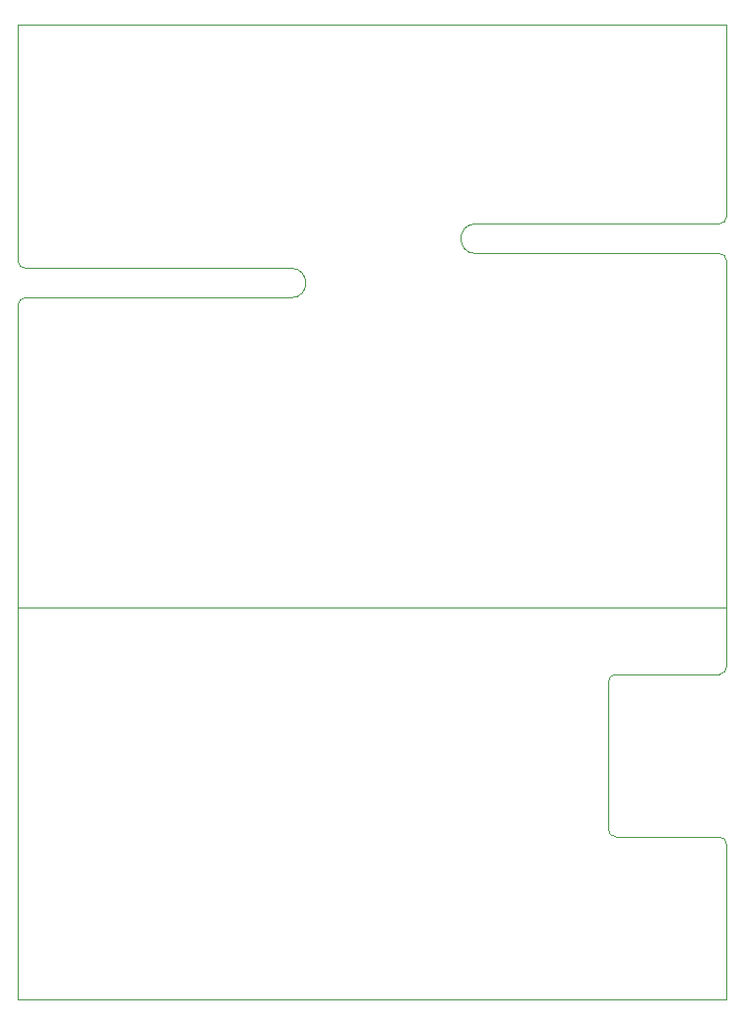
<source format=gbr>
%TF.GenerationSoftware,KiCad,Pcbnew,5.1.9-73d0e3b20d~88~ubuntu20.04.1*%
%TF.CreationDate,2021-03-24T09:58:02+01:00*%
%TF.ProjectId,TouchlessSwitch,546f7563-686c-4657-9373-537769746368,rev?*%
%TF.SameCoordinates,Original*%
%TF.FileFunction,Profile,NP*%
%FSLAX46Y46*%
G04 Gerber Fmt 4.6, Leading zero omitted, Abs format (unit mm)*
G04 Created by KiCad (PCBNEW 5.1.9-73d0e3b20d~88~ubuntu20.04.1) date 2021-03-24 09:58:02*
%MOMM*%
%LPD*%
G01*
G04 APERTURE LIST*
%TA.AperFunction,Profile*%
%ADD10C,0.050000*%
%TD*%
G04 APERTURE END LIST*
D10*
X207645000Y-94615000D02*
G75*
G02*
X208280000Y-95250000I0J-635000D01*
G01*
X208280000Y-91440000D02*
G75*
G02*
X207645000Y-92075000I-635000J0D01*
G01*
X186690000Y-94615000D02*
G75*
G02*
X186690000Y-92075000I0J1270000D01*
G01*
X170815000Y-95885000D02*
G75*
G02*
X170815000Y-98425000I0J-1270000D01*
G01*
X147320000Y-99060000D02*
G75*
G02*
X147955000Y-98425000I635000J0D01*
G01*
X147955000Y-95885000D02*
G75*
G02*
X147320000Y-95250000I0J635000D01*
G01*
X207645000Y-144780000D02*
G75*
G02*
X208280000Y-145415000I0J-635000D01*
G01*
X198120000Y-131445000D02*
G75*
G02*
X198755000Y-130810000I635000J0D01*
G01*
X198755000Y-144780000D02*
G75*
G02*
X198120000Y-144145000I0J635000D01*
G01*
X208280000Y-130175000D02*
G75*
G02*
X207645000Y-130810000I-635000J0D01*
G01*
X208280000Y-130175000D02*
X208280000Y-125095000D01*
X147320000Y-125095000D02*
X147320000Y-158115000D01*
X208280000Y-125095000D02*
X147320000Y-125095000D01*
X198755000Y-130810000D02*
X207645000Y-130810000D01*
X198120000Y-144145000D02*
X198120000Y-131445000D01*
X207645000Y-144780000D02*
X198755000Y-144780000D01*
X208280000Y-158750000D02*
X208280000Y-145415000D01*
X147320000Y-158750000D02*
X147320000Y-158115000D01*
X208280000Y-158750000D02*
X147320000Y-158750000D01*
X208280000Y-95250000D02*
X208280000Y-125095000D01*
X186690000Y-94615000D02*
X207645000Y-94615000D01*
X207645000Y-92075000D02*
X186690000Y-92075000D01*
X208280000Y-74930000D02*
X208280000Y-91440000D01*
X147320000Y-95250000D02*
X147320000Y-74930000D01*
X147320000Y-125095000D02*
X147320000Y-99060000D01*
X208280000Y-125095000D02*
X207645000Y-125095000D01*
X208280000Y-74930000D02*
X207645000Y-74930000D01*
X170815000Y-95885000D02*
X147955000Y-95885000D01*
X147955000Y-98425000D02*
X170815000Y-98425000D01*
X147320000Y-74930000D02*
X207645000Y-74930000D01*
X207645000Y-125095000D02*
X147320000Y-125095000D01*
M02*

</source>
